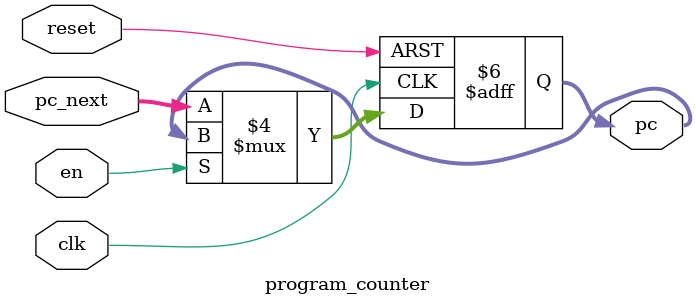
<source format=v>

module program_counter #(parameter WIDTH = 32) (
    input clk,
    input reset,
    input en,
    input [WIDTH-1:0] pc_next,
    output reg [WIDTH-1:0] pc
);

    always @(posedge clk or negedge reset) begin
        if (~reset) begin
            pc <= 32'h00000000;
        end else if (~en) begin
            pc <= pc_next;
        end
    end

endmodule

</source>
